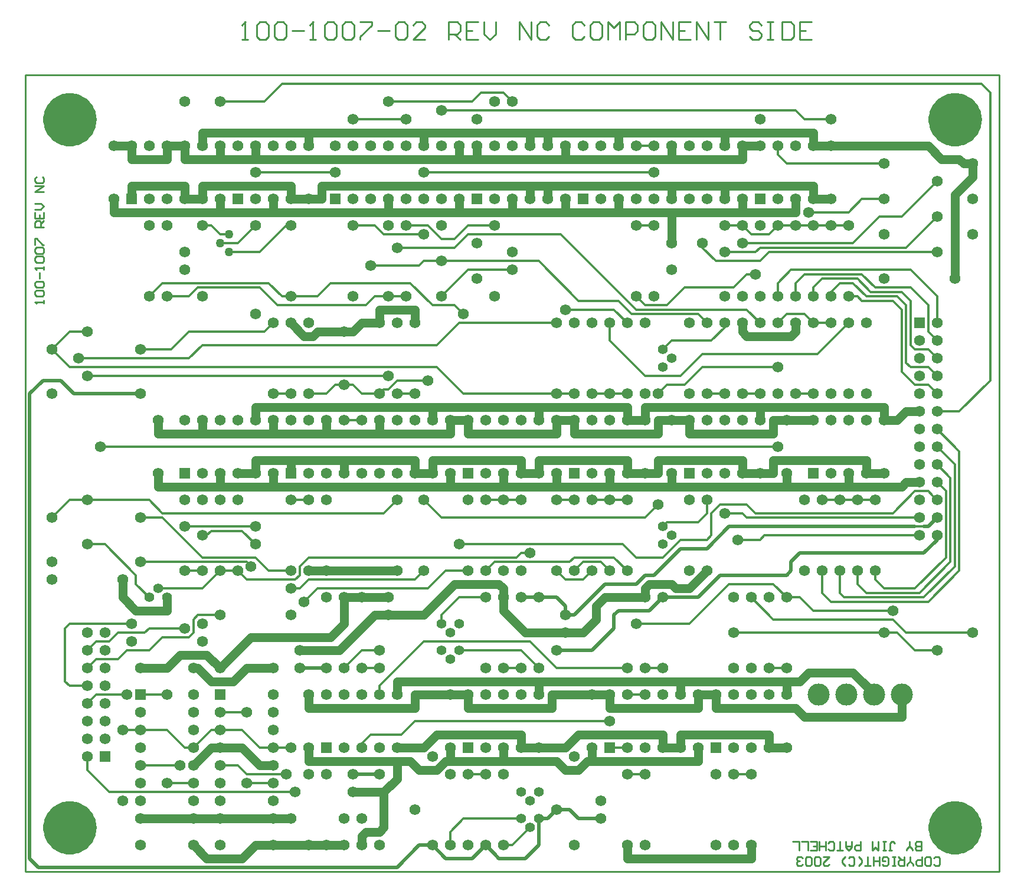
<source format=gtl>
*%FSLAX23Y23*%
*%MOIN*%
G01*
%ADD11C,0.006*%
%ADD12C,0.007*%
%ADD13C,0.008*%
%ADD14C,0.010*%
%ADD15C,0.012*%
%ADD16C,0.020*%
%ADD17C,0.032*%
%ADD18C,0.036*%
%ADD19C,0.050*%
%ADD20C,0.050*%
%ADD21C,0.052*%
%ADD22C,0.054*%
%ADD23C,0.055*%
%ADD24C,0.056*%
%ADD25C,0.059*%
%ADD26C,0.062*%
%ADD27C,0.066*%
%ADD28C,0.070*%
%ADD29C,0.090*%
%ADD30C,0.125*%
%ADD31C,0.129*%
%ADD32C,0.140*%
%ADD33C,0.160*%
%ADD34C,0.250*%
%ADD35R,0.062X0.062*%
%ADD36R,0.066X0.066*%
D14*
X6637Y8749D02*
Y8766D01*
Y8757D01*
X6587D01*
X6588D01*
X6587D02*
X6595Y8749D01*
Y8791D02*
X6587Y8799D01*
Y8816D01*
X6595Y8824D01*
X6629D01*
X6637Y8816D01*
Y8799D01*
X6629Y8791D01*
X6595D01*
Y8841D02*
X6587Y8849D01*
Y8866D01*
X6595Y8874D01*
X6629D01*
X6637Y8866D01*
Y8849D01*
X6629Y8841D01*
X6595D01*
X6612Y8891D02*
Y8924D01*
X6637Y8941D02*
Y8957D01*
Y8949D01*
X6587D01*
X6588D01*
X6587D02*
X6595Y8941D01*
Y8982D02*
X6587Y8991D01*
Y9007D01*
X6595Y9016D01*
X6629D01*
X6637Y9007D01*
Y8991D01*
X6629Y8982D01*
X6595D01*
Y9032D02*
X6587Y9041D01*
Y9057D01*
X6595Y9066D01*
X6629D01*
X6637Y9057D01*
Y9041D01*
X6629Y9032D01*
X6595D01*
X6587Y9082D02*
Y9116D01*
X6595D01*
X6629Y9082D01*
X6637D01*
Y9182D02*
X6587D01*
Y9207D01*
X6595Y9216D01*
X6612D01*
X6620Y9207D01*
Y9182D01*
Y9199D02*
X6637Y9216D01*
X6587Y9232D02*
Y9265D01*
Y9232D02*
X6637D01*
Y9265D01*
X6612Y9249D02*
Y9232D01*
X6620Y9282D02*
X6587D01*
X6620D02*
X6637Y9299D01*
X6620Y9315D01*
X6587D01*
Y9382D02*
X6637D01*
Y9415D02*
X6587Y9382D01*
Y9415D02*
X6637D01*
X6587Y9457D02*
X6595Y9465D01*
X6587Y9457D02*
Y9440D01*
X6595Y9432D01*
X6629D01*
X6637Y9440D01*
Y9457D01*
X6629Y9465D01*
X11664Y5582D02*
X11672Y5574D01*
X11689D01*
X11697Y5582D01*
Y5616D01*
X11689Y5624D01*
X11672D01*
X11664Y5616D01*
X11639Y5574D02*
X11622D01*
X11639D02*
X11647Y5582D01*
Y5616D01*
X11639Y5624D01*
X11622D01*
X11614Y5616D01*
Y5582D01*
X11622Y5574D01*
X11597D02*
Y5624D01*
Y5574D02*
X11572D01*
X11564Y5582D01*
Y5599D01*
X11572Y5607D01*
X11597D01*
X11547Y5582D02*
Y5574D01*
Y5582D02*
X11530Y5599D01*
X11514Y5582D01*
Y5574D01*
X11530Y5599D02*
Y5624D01*
X11497D02*
Y5574D01*
X11472D01*
X11464Y5582D01*
Y5599D01*
X11472Y5607D01*
X11497D01*
X11480D02*
X11464Y5624D01*
X11447Y5574D02*
X11430D01*
X11439D01*
Y5624D01*
X11447D01*
X11430D01*
X11380Y5574D02*
X11372Y5582D01*
X11380Y5574D02*
X11397D01*
X11405Y5582D01*
Y5616D01*
X11397Y5624D01*
X11380D01*
X11372Y5616D01*
Y5599D01*
X11389D01*
X11355Y5574D02*
Y5624D01*
Y5599D01*
X11322D01*
Y5574D01*
Y5624D01*
X11305Y5574D02*
X11272D01*
X11289D01*
Y5624D01*
X11255Y5607D02*
X11239Y5624D01*
X11255Y5607D02*
Y5591D01*
X11239Y5574D01*
X11189D02*
X11181Y5582D01*
X11189Y5574D02*
X11205D01*
X11214Y5582D01*
Y5616D01*
X11205Y5624D01*
X11189D01*
X11181Y5616D01*
X11164Y5624D02*
X11147Y5607D01*
Y5591D01*
X11164Y5574D01*
X11072Y5624D02*
X11039D01*
X11072D02*
X11039Y5591D01*
Y5582D01*
X11047Y5574D01*
X11064D01*
X11072Y5582D01*
X11022D02*
X11014Y5574D01*
X10997D01*
X10989Y5582D01*
Y5616D01*
X10997Y5624D01*
X11014D01*
X11022Y5616D01*
Y5582D01*
X10972D02*
X10964Y5574D01*
X10947D01*
X10939Y5582D01*
Y5616D01*
X10947Y5624D01*
X10964D01*
X10972Y5616D01*
Y5582D01*
X10922D02*
X10914Y5574D01*
X10897D01*
X10889Y5582D01*
Y5591D01*
X10890D01*
X10889D02*
X10890D01*
X10889D02*
X10890D01*
X10889D02*
X10897Y5599D01*
X10906D01*
X10897D01*
X10889Y5607D01*
Y5616D01*
X10897Y5624D01*
X10914D01*
X10922Y5616D01*
X11592Y5659D02*
Y5709D01*
X11567D01*
X11559Y5701D01*
Y5692D01*
X11567Y5684D01*
X11592D01*
X11593D01*
X11592D02*
X11593D01*
X11592D02*
X11593D01*
X11592D02*
X11567D01*
X11559Y5676D01*
Y5667D01*
X11567Y5659D01*
X11592D01*
X11542D02*
Y5667D01*
X11525Y5684D01*
X11509Y5667D01*
Y5659D01*
X11525Y5684D02*
Y5709D01*
X11425Y5659D02*
X11409D01*
X11417D02*
X11425D01*
X11417D02*
Y5701D01*
X11425Y5709D01*
X11434D01*
X11442Y5701D01*
X11392Y5659D02*
X11375D01*
X11384D01*
Y5709D01*
X11392D01*
X11375D01*
X11350D02*
Y5659D01*
X11334Y5676D01*
X11317Y5659D01*
Y5709D01*
X11250D02*
Y5659D01*
X11225D01*
X11217Y5667D01*
Y5684D01*
X11225Y5692D01*
X11250D01*
X11200Y5709D02*
Y5676D01*
X11184Y5659D01*
X11167Y5676D01*
Y5709D01*
Y5684D01*
X11200D01*
X11150Y5659D02*
X11117D01*
X11134D01*
Y5709D01*
X11076Y5659D02*
X11067Y5667D01*
X11076Y5659D02*
X11092D01*
X11100Y5667D01*
Y5701D01*
X11092Y5709D01*
X11076D01*
X11067Y5701D01*
X11051Y5709D02*
Y5659D01*
Y5684D02*
Y5709D01*
Y5684D02*
X11017D01*
Y5659D01*
Y5709D01*
X11001Y5659D02*
X10967D01*
X11001D02*
Y5709D01*
X10967D01*
X10984Y5684D02*
X11001D01*
X10951Y5659D02*
Y5709D01*
X10917D01*
X10901D02*
Y5659D01*
Y5709D02*
X10867D01*
X7790Y10239D02*
X7757D01*
X7774D02*
X7790D01*
X7774D02*
Y10339D01*
X7775D01*
X7774D02*
X7757Y10322D01*
X7840D02*
X7857Y10339D01*
X7890D01*
X7907Y10322D01*
Y10256D01*
X7890Y10239D01*
X7857D01*
X7840Y10256D01*
Y10322D01*
X7940D02*
X7957Y10339D01*
X7990D01*
X8007Y10322D01*
Y10256D01*
X7990Y10239D01*
X7957D01*
X7940Y10256D01*
Y10322D01*
X8040Y10289D02*
X8107D01*
X8140Y10239D02*
X8174D01*
X8157D01*
Y10339D01*
X8158D01*
X8157D02*
X8140Y10322D01*
X8224D02*
X8240Y10339D01*
X8274D01*
X8290Y10322D01*
Y10256D01*
X8274Y10239D01*
X8240D01*
X8224Y10256D01*
Y10322D01*
X8323D02*
X8340Y10339D01*
X8373D01*
X8390Y10322D01*
Y10256D01*
X8373Y10239D01*
X8340D01*
X8323Y10256D01*
Y10322D01*
X8423Y10339D02*
X8490D01*
Y10322D01*
X8423Y10256D01*
Y10239D01*
X8523Y10289D02*
X8590D01*
X8623Y10322D02*
X8640Y10339D01*
X8673D01*
X8690Y10322D01*
Y10256D01*
X8673Y10239D01*
X8640D01*
X8623Y10256D01*
Y10322D01*
X8723Y10239D02*
X8790D01*
X8723D02*
X8790Y10306D01*
Y10322D01*
X8773Y10339D01*
X8740D01*
X8723Y10322D01*
X8923Y10339D02*
Y10239D01*
Y10339D02*
X8973D01*
X8990Y10322D01*
Y10289D01*
X8973Y10272D01*
X8923D01*
X8957D02*
X8990Y10239D01*
X9023Y10339D02*
X9090D01*
X9023D02*
Y10239D01*
X9090D01*
X9057Y10289D02*
X9023D01*
X9123Y10272D02*
Y10339D01*
Y10272D02*
X9157Y10239D01*
X9190Y10272D01*
Y10339D01*
X9323D02*
Y10239D01*
X9390D02*
X9323Y10339D01*
X9390D02*
Y10239D01*
X9490Y10322D02*
X9473Y10339D01*
X9440D01*
X9423Y10322D01*
Y10256D01*
X9440Y10239D01*
X9473D01*
X9490Y10256D01*
X9673Y10339D02*
X9690Y10322D01*
X9673Y10339D02*
X9640D01*
X9623Y10322D01*
Y10256D01*
X9640Y10239D01*
X9673D01*
X9690Y10256D01*
X9740Y10339D02*
X9773D01*
X9740D02*
X9723Y10322D01*
Y10256D01*
X9740Y10239D01*
X9773D01*
X9790Y10256D01*
Y10322D01*
X9773Y10339D01*
X9823D02*
Y10239D01*
X9856Y10306D02*
X9823Y10339D01*
X9856Y10306D02*
X9890Y10339D01*
Y10239D01*
X9923D02*
Y10339D01*
X9973D01*
X9990Y10322D01*
Y10289D01*
X9973Y10272D01*
X9923D01*
X10040Y10339D02*
X10073D01*
X10040D02*
X10023Y10322D01*
Y10256D01*
X10040Y10239D01*
X10073D01*
X10090Y10256D01*
Y10322D01*
X10073Y10339D01*
X10123D02*
Y10239D01*
X10190D02*
X10123Y10339D01*
X10190D02*
Y10239D01*
X10223Y10339D02*
X10290D01*
X10223D02*
Y10239D01*
X10290D01*
X10256Y10289D02*
X10223D01*
X10323Y10239D02*
Y10339D01*
X10389Y10239D01*
Y10339D01*
X10423D02*
X10489D01*
X10456D01*
Y10239D01*
X10673Y10339D02*
X10689Y10322D01*
X10673Y10339D02*
X10639D01*
X10623Y10322D01*
Y10306D01*
X10639Y10289D01*
X10673D01*
X10689Y10272D01*
Y10256D01*
X10673Y10239D01*
X10639D01*
X10623Y10256D01*
X10723Y10339D02*
X10756D01*
X10739D01*
Y10239D01*
X10723D01*
X10756D01*
X10806D02*
Y10339D01*
Y10239D02*
X10856D01*
X10873Y10256D01*
Y10322D01*
X10856Y10339D01*
X10806D01*
X10906D02*
X10973D01*
X10906D02*
Y10239D01*
X10973D01*
X10939Y10289D02*
X10906D01*
X12032Y10039D02*
X6532D01*
Y5539D02*
X12032D01*
X6532D02*
Y10039D01*
X12032D02*
Y5539D01*
D15*
X10232Y8339D02*
X10357Y8464D01*
X11007D02*
X11182Y8639D01*
X10507Y7164D02*
X10282Y6939D01*
X11432Y7564D02*
X11557Y7689D01*
X8782Y6839D02*
X8532Y6589D01*
X11807Y8139D02*
X11982Y8314D01*
X8982Y8639D02*
X8857Y8514D01*
X8007Y9189D02*
X7857Y9039D01*
X8882Y8789D02*
X9032Y8939D01*
X11507Y9064D02*
X11682Y9239D01*
X11357D02*
X11207Y9089D01*
X11482Y9239D02*
X11682Y9439D01*
X11757Y7289D02*
X11582Y7114D01*
X11607Y7089D02*
X11782Y7264D01*
X11807Y7239D02*
X11632Y7064D01*
X11557Y7139D02*
X11732Y7314D01*
X9982Y8714D02*
X9557Y9139D01*
X9432Y8989D02*
X9657Y8764D01*
X9832Y8539D02*
X10032Y8339D01*
X9382Y6839D02*
X9532Y6689D01*
X7007Y5989D02*
X6882Y6114D01*
X8832Y8739D02*
X8707Y8864D01*
X7157Y7214D02*
X6982Y7389D01*
X7307Y7539D02*
X7532Y7314D01*
X8857Y8389D02*
X9007Y8239D01*
X11532Y8939D02*
X11682Y8789D01*
X10632Y7089D02*
X10757Y6964D01*
X11807Y7914D02*
X11682Y8039D01*
X9282Y5689D02*
X9232D01*
X6782Y7639D02*
X6682Y7539D01*
Y8489D02*
X6782Y8589D01*
X6682Y8489D02*
X6782Y8389D01*
X9007Y5839D02*
X9332D01*
X6882Y6114D02*
Y6189D01*
X6757Y6614D02*
Y6914D01*
X6932Y6739D02*
X6882Y6689D01*
Y6789D02*
X6932Y6839D01*
Y6539D02*
X6882Y6489D01*
X6757Y6914D02*
X6782Y6939D01*
X6757Y6614D02*
X6782Y6589D01*
X7782Y6089D02*
X8007D01*
X7932Y6039D02*
X7782D01*
X9032Y6089D02*
X9132D01*
X10532D02*
X10632D01*
X10032D02*
X9932D01*
X8057Y5989D02*
X7007D01*
X7332Y6039D02*
X7482D01*
X7057Y6739D02*
X7107Y6789D01*
X7007Y6839D02*
X7057Y6889D01*
X7182Y6139D02*
X7407D01*
X7632D02*
X7732D01*
X9832Y6239D02*
X9932D01*
X7482D02*
X7432D01*
X7857D02*
X7932D01*
X8032D01*
X7157Y7164D02*
Y7214D01*
X7307Y6864D02*
X7232Y6789D01*
Y8789D02*
X7307Y8864D01*
X7232Y6914D02*
X7207Y6889D01*
X7307Y7564D02*
X7232Y7639D01*
X7157Y7164D02*
X7232Y7089D01*
X8482Y6314D02*
X8657D01*
X7632Y6339D02*
X7582D01*
X7632D02*
X7757D01*
X7332D02*
X7182D01*
X7082D01*
X7632Y6439D02*
X7782D01*
X8732Y6389D02*
X9832D01*
X7482Y6889D02*
Y6964D01*
X7507Y6989D01*
X7482Y6889D02*
X7457Y6864D01*
Y8439D02*
X7532Y8514D01*
X7457Y8789D02*
X7507Y8839D01*
X7582Y6339D02*
X7482Y6239D01*
X7357Y8489D02*
X7457Y8589D01*
X7332Y6339D02*
X7432Y6239D01*
X9932Y6539D02*
X10032D01*
X7332D02*
X7182D01*
X7107D02*
X6932D01*
X9532Y6689D02*
X9932D01*
X9332D02*
X9232D01*
X10732D02*
X10832D01*
X10132D02*
X10032D01*
X8532D02*
X8432D01*
X6882Y6589D02*
X6782D01*
X7557Y7439D02*
X7582Y7464D01*
X7632Y7239D02*
X7532Y7139D01*
X7632Y9139D02*
X7582Y9189D01*
X7057Y6739D02*
X6932D01*
X8782Y6839D02*
X9382D01*
X7457Y6864D02*
X7307D01*
X7007Y6839D02*
X6932D01*
X8982Y6789D02*
X9332D01*
X7232D02*
X7107D01*
X11557D02*
X11582D01*
X11682D01*
X8532D02*
X8432D01*
X7732Y9089D02*
X7832Y9189D01*
Y7314D02*
X7907Y7239D01*
X7957Y8739D02*
X7857Y8839D01*
X7732Y7239D02*
X7782Y7189D01*
X7832Y7389D02*
X7757Y7464D01*
X7732Y6139D02*
X7782Y6089D01*
X7807Y7264D02*
X7782Y7289D01*
X7757Y6339D02*
X7857Y6239D01*
X9982Y6939D02*
X10282D01*
X7132D02*
X6782D01*
X7057Y6889D02*
X7207D01*
X7232Y6914D02*
X7432D01*
X10532Y6889D02*
X11382D01*
X11457D01*
X11507D02*
X11882D01*
X11432Y7014D02*
X10982D01*
X7632Y6989D02*
X7507D01*
X11082Y7064D02*
X11632D01*
X11432Y6964D02*
X10757D01*
X8082Y7214D02*
X8057Y7189D01*
X7882Y9889D02*
X7982Y9989D01*
X7932Y8639D02*
X7882Y8589D01*
X7982Y8789D02*
X7907Y8864D01*
X8982Y7089D02*
X9132D01*
X10832D02*
X10907D01*
X11282Y7114D02*
X11582D01*
X11607Y7089D02*
X11157D01*
X8057Y7189D02*
X7782D01*
X7907Y7239D02*
X8032D01*
X7732D02*
X7632D01*
X7532D02*
X7432D01*
X9582Y7189D02*
X9682D01*
X9032Y7239D02*
X8907D01*
X8732Y7189D02*
X8132D01*
X10507Y7164D02*
X10757D01*
X7532Y7139D02*
X7282D01*
X11382D02*
X11557D01*
X8807D02*
X8182D01*
X8082D02*
X8032D01*
X8082Y7214D02*
Y7264D01*
X8232Y8239D02*
X8282Y8289D01*
X8132Y7314D02*
X8082Y7264D01*
X8182Y8789D02*
X8257Y8864D01*
X8182Y7139D02*
X8107Y7064D01*
X8082Y7139D02*
X8132Y7189D01*
Y7314D02*
X9307D01*
X9982D02*
X10132D01*
X7307Y7289D02*
X7182D01*
X7307D02*
X7782D01*
X7832Y7314D02*
X7532D01*
X9682Y7289D02*
X9782D01*
X9607D02*
X9182D01*
X9632Y7314D02*
X9807D01*
X9857D01*
X10707Y7439D02*
X11582D01*
X10682Y7414D02*
X10557D01*
X9907Y7389D02*
X8982D01*
X10232Y7414D02*
X10382D01*
X7557Y7439D02*
X7532D01*
X7582Y7464D02*
X7757D01*
X6982Y7389D02*
X6882D01*
X9332Y7339D02*
X9382D01*
X8432Y6264D02*
Y6239D01*
Y6264D02*
X8482Y6314D01*
X8457Y8739D02*
X8507Y8789D01*
X8432Y6789D02*
X8332Y6689D01*
X8432Y8239D02*
X8382Y8289D01*
X11557Y7489D02*
X11607D01*
X7832D02*
X7432D01*
X10157Y7514D02*
X10332D01*
X10457Y7614D02*
X10607D01*
X6882Y7639D02*
X6782D01*
X6882D02*
X7232D01*
X8032D02*
X8132D01*
X11232D02*
X11332D01*
X11232D02*
X11132D01*
X11032D01*
X9832D02*
X9732D01*
X9832D02*
X9932D01*
X9632D02*
X9532D01*
X9332D02*
X9232D01*
X9132D01*
X10657Y7564D02*
X11432D01*
X8557D02*
X7307D01*
X10482D02*
X10582D01*
X10607Y7539D02*
X11582D01*
X7307D02*
X7182D01*
X8882D02*
X10032D01*
X8532Y6589D02*
Y6539D01*
X8732Y6389D02*
X8657Y6314D01*
X8557Y7564D02*
X8632Y7639D01*
X8582Y8264D02*
X8632Y8314D01*
X8557Y8264D02*
X8532Y8239D01*
X8557Y9139D02*
X8507Y9189D01*
X11557Y7689D02*
X11632D01*
X8907Y7239D02*
X8807Y7139D01*
X8757Y8964D02*
X8782Y8989D01*
Y7239D02*
X8732Y7189D01*
X8882Y9114D02*
X8807Y9189D01*
X8782Y7639D02*
X8882Y7539D01*
X10782Y7939D02*
X6957D01*
X8882Y6989D02*
Y6939D01*
X8932Y5764D02*
Y5689D01*
X8957Y9064D02*
X9032Y9139D01*
X8982Y7089D02*
X8882Y6989D01*
X9007Y5839D02*
X8932Y5764D01*
X8957Y9114D02*
X9032Y9189D01*
X8957Y8739D02*
X9007Y8689D01*
X8432Y8089D02*
X8332D01*
X10382Y8239D02*
X10482D01*
X10582D02*
X10682D01*
X10882D02*
X10982D01*
X8732D02*
X8632D01*
X8532D02*
X8432D01*
X8232D02*
X8132D01*
X8032D02*
X7932D01*
X9007D02*
X9532D01*
X9632D01*
X9732D02*
X9832D01*
X9932D01*
X11682Y8139D02*
X11807D01*
X9182Y7289D02*
X9132Y7239D01*
X9057Y9889D02*
X9107Y9939D01*
X9232D02*
X9282Y9889D01*
X8582Y8264D02*
X8557D01*
X8382Y8289D02*
X8332D01*
X8282D01*
X11557D02*
X11632D01*
X10257D02*
X10157D01*
X8857Y8389D02*
X6782D01*
X6832Y8439D02*
X7457D01*
X11532Y8389D02*
X11632D01*
X10782D02*
X10357D01*
X10232Y8339D02*
X10032D01*
X8582D02*
X8532D01*
X8632Y8314D02*
X8807D01*
X8532Y8339D02*
X6882D01*
X9307Y7314D02*
X9332Y7339D01*
X9382Y5789D02*
X9282Y5689D01*
X9432Y6689D02*
X9332Y6789D01*
X10357Y8464D02*
X11007D01*
X7357Y8489D02*
X7182D01*
X11557D02*
X11632D01*
X11082Y8639D02*
X10982D01*
X7882Y8589D02*
X7457D01*
X6882D02*
X6782D01*
X8982Y8639D02*
X9532D01*
X10182Y8539D02*
X10407D01*
X8857Y8514D02*
X7532D01*
X9632Y7239D02*
X9682Y7289D01*
X9632Y7314D02*
X9607Y7289D01*
X9532Y7239D02*
X9582Y7189D01*
X10832Y8689D02*
X10932D01*
X10332D02*
X9957D01*
X9882Y8764D02*
X9657D01*
X8182Y8789D02*
X8032D01*
X7857Y8839D02*
X7507D01*
X8507Y8789D02*
X8682D01*
X7457D02*
X7332D01*
X7982D02*
X8032D01*
X10257Y8839D02*
X10532D01*
X11182Y8789D02*
X11232D01*
X11257Y8764D02*
X11432D01*
X11457Y8789D02*
X11282D01*
X11307Y8814D02*
X11482D01*
X11532Y8839D02*
X11332D01*
X9857Y8714D02*
X9582D01*
X9982D02*
X10607D01*
X8957Y8739D02*
X8832D01*
X8457D02*
X7957D01*
X10032D02*
X10157D01*
X9832Y8639D02*
Y8539D01*
X9732Y7239D02*
X9682Y7189D01*
X9782Y7289D02*
X9832Y7239D01*
X8707Y8864D02*
X8257D01*
X7907D02*
X7307D01*
X11132D02*
X11207D01*
X11232Y8889D02*
X11032D01*
X8882Y8989D02*
X8782D01*
X8757Y8964D02*
X8482D01*
X8882Y8989D02*
X9432D01*
X10432D02*
X10682D01*
X10732Y9039D02*
X11682D01*
X7857D02*
X7682D01*
X10482D02*
X10657D01*
Y8914D02*
X10607D01*
X9282Y8939D02*
X9032D01*
X10932Y8914D02*
X11257D01*
X11532Y8939D02*
X10857D01*
X10107Y7614D02*
X10032Y7539D01*
Y8739D02*
X9982Y8789D01*
X9882Y8764D02*
X9957Y8689D01*
X9932Y8639D02*
X9857Y8714D01*
X9907Y7389D02*
X9982Y7314D01*
X9932Y7239D02*
X9857Y7314D01*
X8957Y9064D02*
X8632D01*
X7732Y9089D02*
X7632D01*
X10682Y9064D02*
X11507D01*
X11207Y9089D02*
X10582D01*
X9557Y9139D02*
X9032D01*
X8782D02*
X8557D01*
X8507Y9189D02*
X8382D01*
X9032D02*
X9182D01*
X8807D02*
X8682D01*
X8032D02*
X8007D01*
X7682Y9139D02*
X7632D01*
X7582Y9189D02*
X7532D01*
X11082D02*
X11182D01*
X11082D02*
X10982D01*
X10882D01*
X10782D01*
X10732Y9139D02*
X10632D01*
X10582Y9189D02*
X10482D01*
X10082D02*
X9982D01*
X8957Y9114D02*
X8882D01*
X10132Y8489D02*
X10182Y8539D01*
X10232Y7414D02*
X10132Y7314D01*
X10157Y8739D02*
X10257Y8839D01*
X10157Y7514D02*
X10132Y7489D01*
X10107Y8239D02*
X10157Y8289D01*
X10957Y9264D02*
X11182D01*
X11357Y9239D02*
X11482D01*
X11382Y9339D02*
X11257D01*
X10407Y7564D02*
Y7439D01*
X10382Y7564D02*
Y7639D01*
X10357Y9064D02*
Y9089D01*
X10482Y8614D02*
X10407Y8539D01*
Y7439D02*
X10382Y7414D01*
X10407Y7564D02*
X10457Y7614D01*
X10382Y7564D02*
X10332Y7514D01*
X10257Y8289D02*
X10357Y8389D01*
X10382Y8639D02*
X10332Y8689D01*
X10432Y8989D02*
X10357Y9064D01*
X10832Y9539D02*
X11382D01*
X10082Y9489D02*
X8782D01*
X8282D02*
X7832D01*
X10482Y8639D02*
Y8614D01*
X10532Y8839D02*
X10607Y8914D01*
Y8714D02*
X10682Y8639D01*
X10607Y7614D02*
X10657Y7564D01*
X10607Y7539D02*
X10582Y7564D01*
X10632Y9139D02*
X10582Y9189D01*
X10082Y9639D02*
X9982D01*
X10932Y9789D02*
X11082D01*
X8682D02*
X8382D01*
X10782Y8864D02*
Y8789D01*
Y9589D02*
Y9639D01*
X10832Y8689D02*
X10782Y8639D01*
Y8864D02*
X10857Y8939D01*
X10707Y7439D02*
X10682Y7414D01*
Y8989D02*
X10732Y9039D01*
X10682Y9064D02*
X10657Y9039D01*
X10732Y9139D02*
X10782Y9189D01*
X10757Y7164D02*
X10832Y7089D01*
Y9539D02*
X10782Y9589D01*
X10882Y9839D02*
X8882D01*
X7982Y9989D02*
X11932D01*
X9232Y9939D02*
X9107D01*
X7882Y9889D02*
X7632D01*
X8582D02*
X9057D01*
X10982Y8839D02*
Y8789D01*
X10882D02*
Y8864D01*
X10982Y8839D02*
X11032Y8889D01*
X10932Y8914D02*
X10882Y8864D01*
X10932Y8689D02*
X10982Y8639D01*
X10907Y7089D02*
X10982Y7014D01*
X10932Y9789D02*
X10882Y9839D01*
X11082Y8814D02*
Y8789D01*
X11132Y7239D02*
Y7114D01*
X11032D02*
Y7239D01*
X11182Y9264D02*
X11257Y9339D01*
X11132Y8864D02*
X11082Y8814D01*
X11132Y7114D02*
X11157Y7089D01*
X11082Y7064D02*
X11032Y7114D01*
X11282Y8789D02*
X11207Y8864D01*
X11232Y7239D02*
Y7164D01*
X11332Y7189D02*
Y7239D01*
X11257Y8764D02*
X11232Y8789D01*
X11307Y8814D02*
X11232Y8889D01*
X11257Y8914D02*
X11332Y8839D01*
X11232Y7164D02*
X11282Y7114D01*
X11332Y7189D02*
X11382Y7139D01*
X11482Y8364D02*
Y8714D01*
X11507Y8739D02*
Y8414D01*
X11532Y8514D02*
Y8764D01*
X11482Y8714D02*
X11432Y8764D01*
X11482Y8364D02*
X11557Y8289D01*
X11507Y8739D02*
X11457Y8789D01*
X11507Y8414D02*
X11532Y8389D01*
Y8764D02*
X11482Y8814D01*
X11532Y8514D02*
X11557Y8489D01*
X11632Y8739D02*
X11532Y8839D01*
X11457Y6889D02*
X11557Y6789D01*
X11507Y6889D02*
X11432Y6964D01*
X11757Y7289D02*
Y7764D01*
X11782Y7839D02*
Y7264D01*
X11632Y8589D02*
Y8739D01*
X11682Y8789D02*
Y8639D01*
X11732Y7689D02*
Y7314D01*
X11657Y7664D02*
X11632Y7689D01*
X11657Y7664D02*
X11682Y7639D01*
Y8239D02*
X11632Y8289D01*
X11682Y8339D02*
X11632Y8389D01*
X11682Y8439D02*
X11632Y8489D01*
X11682Y8539D02*
X11632Y8589D01*
X11682Y7939D02*
X11782Y7839D01*
X11757Y7764D02*
X11682Y7839D01*
Y7739D02*
X11732Y7689D01*
X11982Y8314D02*
Y9939D01*
X11807Y7914D02*
Y7239D01*
X11982Y9939D02*
X11932Y9989D01*
D16*
X10457Y7214D02*
X10332Y7089D01*
X8757Y5689D02*
X8632Y5564D01*
X9632Y6989D02*
X9807Y7164D01*
X10082Y7214D02*
X10232Y7364D01*
X10382D02*
X10507Y7489D01*
X9857Y6914D02*
X9732Y6789D01*
X8632Y5564D02*
X6607D01*
X8757Y5689D02*
X8832D01*
X8907Y5614D02*
X9057D01*
X9207D02*
X9357D01*
X6557D02*
Y8239D01*
X6632Y8314D01*
X6557Y5614D02*
X6607Y5564D01*
X9432Y5839D02*
X9482D01*
X9657D02*
X9782D01*
X9607Y5889D02*
X9532D01*
X6757Y8289D02*
X6732Y8314D01*
X6757Y8289D02*
X6807Y8239D01*
X8382Y6089D02*
X8532D01*
X8232Y6689D02*
X8082D01*
X9532Y6789D02*
X9732D01*
X9882Y7014D02*
X10057D01*
X9632Y6989D02*
X9582D01*
X10132Y7089D02*
X10332D01*
X9532D02*
X9432D01*
X9332D01*
X10457Y7214D02*
X10832D01*
X10082D02*
X10032D01*
X9982Y7164D02*
X9807D01*
X10232Y7364D02*
X10382D01*
X10907Y7339D02*
X11607D01*
X11557Y7489D02*
X10507D01*
X11607D02*
X11632D01*
X8907Y5614D02*
X8832Y5689D01*
X7182Y8239D02*
X6807D01*
X9132Y5689D02*
X9057Y5614D01*
X9182Y5639D02*
X9207Y5614D01*
X9182Y5639D02*
X9132Y5689D01*
X6732Y8314D02*
X6632D01*
X9432Y5839D02*
Y5689D01*
X9357Y5614D01*
X9582Y6989D02*
Y7039D01*
X9532Y5889D02*
X9482Y5839D01*
X9607Y5889D02*
X9657Y5839D01*
X9582Y7039D02*
X9532Y7089D01*
X9857Y6989D02*
Y6914D01*
X9982Y7164D02*
X10032Y7214D01*
X9882Y7014D02*
X9857Y6989D01*
X10057Y7014D02*
X10132Y7089D01*
X10857Y7239D02*
Y7289D01*
Y7239D02*
X10832Y7214D01*
X10857Y7289D02*
X10907Y7339D01*
X11682Y7414D02*
Y7439D01*
X11632Y7489D02*
X11682Y7539D01*
Y7414D02*
X11607Y7339D01*
D20*
X10857Y8564D02*
X10882Y8589D01*
X9657Y6314D02*
X9582Y6239D01*
X8857Y6314D02*
X8782Y6239D01*
X10907Y6614D02*
X10957Y6664D01*
X8632Y6064D02*
X8557Y5989D01*
Y5789D02*
X8532Y5764D01*
X8457D02*
X8432Y5739D01*
X8307Y6789D02*
X8507Y6989D01*
X9757Y7039D02*
X9807Y7089D01*
X9757Y6964D02*
X9682Y6889D01*
X10032Y7139D02*
X10057Y7164D01*
X10282Y7139D02*
X10382Y7239D01*
X8182Y8589D02*
X8157Y8564D01*
X8382Y8589D02*
X8432Y8639D01*
X11482Y7714D02*
X11507Y7739D01*
X11457Y8089D02*
X11507Y8139D01*
X8907Y6164D02*
X8857Y6114D01*
X9657D02*
X9707Y6164D01*
X7407Y6764D02*
X7332Y6689D01*
X7707Y6614D02*
X7782Y6689D01*
X7832Y5689D02*
X7757Y5614D01*
X7482Y6139D02*
X7582Y6239D01*
X7632Y6689D02*
X7807Y6864D01*
X8257D02*
X8332Y6939D01*
X11782Y9364D02*
X11882Y9464D01*
X8957Y7164D02*
X8782Y6989D01*
X10582Y8589D02*
X10607Y8564D01*
X11207Y6664D02*
X11332Y6539D01*
X9357Y6889D02*
X9232Y7014D01*
Y7139D02*
X9207Y7164D01*
X7857Y6139D02*
X7757Y6239D01*
X10182Y7164D02*
X10207Y7139D01*
X7157Y7014D02*
X7082Y7089D01*
X8107Y8564D02*
X8032Y8639D01*
X11807Y9564D02*
X11832Y9539D01*
X11707Y9564D02*
X11632Y9639D01*
X10882Y6464D02*
X10932Y6414D01*
X8757Y6114D02*
X8707Y6164D01*
X9532D02*
X9557Y6139D01*
X9582Y6114D01*
X7632Y6689D02*
X7557Y6764D01*
X7507Y6689D02*
X7582Y6614D01*
X7482Y5689D02*
X7557Y5614D01*
X7832Y5689D02*
X7932D01*
X8132D01*
X8232D01*
X8332D01*
X9932Y5614D02*
X10632D01*
X7757D02*
X7557D01*
X8457Y5764D02*
X8532D01*
X7932Y5839D02*
X7632D01*
X7482D01*
X7182D01*
X7932D02*
X8032D01*
X8382Y5989D02*
X8557D01*
X7082Y7089D02*
Y7189D01*
X7032Y9264D02*
Y9339D01*
X7857Y6139D02*
X7932D01*
X8757Y6114D02*
X8857D01*
X9582D02*
X9657D01*
X7757Y6239D02*
X7632D01*
X10732D02*
X10832D01*
X10232D02*
X10132D01*
X9582D02*
X9432D01*
X9332D01*
X8782D02*
X8632D01*
X7632D02*
X7582D01*
X8132Y6164D02*
X8632D01*
X8707D02*
X8132D01*
X8907D02*
X8932D01*
X9232D01*
X9532D01*
X9707D02*
X9732D01*
X10332D01*
X7282Y8014D02*
Y8089D01*
Y7789D02*
Y7714D01*
X7132Y9339D02*
Y9414D01*
Y9564D02*
Y9639D01*
X10232Y6314D02*
X10732D01*
X10132D02*
X9657D01*
X9332D02*
X8857D01*
X10932Y6414D02*
X11482D01*
X10882Y6464D02*
X10432D01*
X10332D02*
X9832D01*
X9507D02*
X9032D01*
X8732D02*
X8132D01*
X7432Y9339D02*
Y9414D01*
Y9564D02*
Y9639D01*
X7332Y7089D02*
Y7014D01*
Y9564D02*
Y9639D01*
X10332Y6539D02*
X10432D01*
X9832D02*
X9732D01*
X9507D01*
X9032D02*
X8932D01*
X8732D01*
X10832Y6614D02*
X10907D01*
X10832D02*
X10607D01*
X10957Y6664D02*
X11207D01*
X10607Y6614D02*
X10232D01*
X9432D01*
X8632D01*
X7332Y6689D02*
X7182D01*
X7782D02*
X7932D01*
X7707Y6614D02*
X7582D01*
X7507Y6689D02*
X7482D01*
X7532Y9339D02*
Y9414D01*
X7632Y9564D02*
Y9639D01*
Y9339D02*
Y9264D01*
X7532Y9639D02*
Y9714D01*
Y8089D02*
Y8014D01*
X7632Y7789D02*
Y7714D01*
X7807Y6864D02*
X8257D01*
X8307Y6789D02*
X8082D01*
X7557Y6764D02*
X7407D01*
X7832Y7789D02*
Y7864D01*
Y8089D02*
Y8164D01*
Y9564D02*
Y9639D01*
X9357Y6889D02*
X9582D01*
X9682D01*
X8582Y6989D02*
X8507D01*
X7332Y7014D02*
X7157D01*
X8582Y6989D02*
X8782D01*
X8032Y9339D02*
Y9414D01*
X7932Y9339D02*
Y9264D01*
Y8089D02*
Y8014D01*
X8032Y7864D02*
Y7789D01*
X7932D02*
Y7714D01*
X9807Y7089D02*
X10032D01*
X8432D02*
X8332D01*
X8432D02*
X8582D01*
X8232Y7239D02*
X8132D01*
X8232D02*
X8632D01*
X10057Y7164D02*
X10182D01*
X10207Y7139D02*
X10282D01*
X9207Y7164D02*
X8957D01*
X8207Y9339D02*
Y9414D01*
X8132Y6539D02*
Y6464D01*
Y9639D02*
Y9714D01*
X8232Y8089D02*
Y8014D01*
X8132Y6239D02*
Y6164D01*
X8432Y5739D02*
Y5689D01*
X8332Y6939D02*
Y7089D01*
Y7789D02*
Y7864D01*
X8632Y6164D02*
Y6064D01*
X8557Y5989D02*
Y5864D01*
Y5789D01*
X8532Y8639D02*
Y8714D01*
X8582Y9264D02*
Y9339D01*
X8532Y8089D02*
Y8014D01*
X8632Y6614D02*
Y6539D01*
X10832Y7714D02*
X11182D01*
X11482D01*
X7632D02*
X7282D01*
X7632D02*
X7932D01*
X8932D01*
X9232D01*
X9532D01*
X9832D01*
X10182D01*
X10832D01*
X10757Y7864D02*
X11282D01*
Y7789D02*
X11382D01*
X10757D02*
X10682D01*
X10582D01*
Y7864D02*
X10107D01*
Y7789D02*
X10032D01*
X9932D01*
Y7864D02*
X9432D01*
Y7789D02*
X9332D01*
Y7864D02*
X8832D01*
Y7789D02*
X8732D01*
Y7864D02*
X8332D01*
X8032D01*
X7832D01*
Y7789D02*
X7732D01*
X11507Y7739D02*
X11582D01*
X8832Y7789D02*
Y7864D01*
X8782Y9639D02*
Y9714D01*
X8732Y8714D02*
Y8639D01*
Y7864D02*
Y7789D01*
Y6539D02*
Y6464D01*
X8832Y8089D02*
Y8164D01*
X10282Y8014D02*
X10757D01*
X10107D02*
X9632D01*
X9532D02*
X9032D01*
X8932D02*
X8532D01*
X8232D01*
X7932D01*
X7532D01*
X7282D01*
X9032D02*
Y8089D01*
Y6539D02*
Y6464D01*
X8982Y9264D02*
Y9339D01*
Y9564D02*
Y9639D01*
X8932Y8089D02*
Y8014D01*
Y7789D02*
Y7714D01*
Y6239D02*
Y6164D01*
X10832Y8089D02*
X10982D01*
X11382D02*
X11457D01*
X10832D02*
X10757D01*
X10282D02*
X10182D01*
X10107D01*
X9632D02*
X9532D01*
X9032D02*
X8932D01*
X9932D02*
X10032D01*
X8832Y8164D02*
X7832D01*
X8832D02*
X9432D01*
X9932D01*
X10032D02*
X10482D01*
X10682D01*
X11382D01*
X11507Y8139D02*
X11582D01*
X9232Y7089D02*
Y7014D01*
Y7089D02*
Y7139D01*
X9082Y9564D02*
Y9639D01*
X9232Y7789D02*
Y7714D01*
Y6239D02*
Y6164D01*
X9432Y7789D02*
Y7864D01*
X9382Y9639D02*
Y9714D01*
X9332Y7864D02*
Y7789D01*
Y6314D02*
Y6239D01*
X9382Y9339D02*
Y9414D01*
X9282Y9339D02*
Y9264D01*
X9432Y8164D02*
Y8089D01*
Y6614D02*
Y6539D01*
X10607Y8564D02*
X10857D01*
X8157D02*
X8107D01*
X8182Y8589D02*
X8332D01*
X8382D01*
X8432Y8639D02*
X8532D01*
X9582Y9564D02*
Y9639D01*
X9632Y8089D02*
Y8014D01*
X9482Y9339D02*
Y9414D01*
Y9639D02*
Y9714D01*
X9532Y8089D02*
Y8014D01*
X9507Y6539D02*
Y6464D01*
X9582Y9264D02*
Y9339D01*
X9532Y7789D02*
Y7714D01*
X8732Y8714D02*
X8532D01*
X9832Y6539D02*
Y6464D01*
X9757Y6964D02*
Y7039D01*
X9832Y7714D02*
Y7789D01*
X9732Y6239D02*
Y6164D01*
X9932Y5689D02*
Y5614D01*
Y7789D02*
Y7864D01*
Y8089D02*
Y8164D01*
X10032Y7139D02*
Y7089D01*
Y8089D02*
Y8164D01*
X9882Y9639D02*
Y9714D01*
Y9339D02*
Y9264D01*
X10182D02*
Y9089D01*
X10107Y8089D02*
Y8014D01*
Y7864D02*
Y7789D01*
X10132Y6314D02*
Y6239D01*
X10182Y9339D02*
Y9414D01*
Y9564D02*
Y9639D01*
Y7789D02*
Y7714D01*
X7632Y9264D02*
X7032D01*
X7632D02*
X7932D01*
X8582D01*
X9282D01*
X9482D01*
X9582D01*
X9882D01*
X10582D01*
X10882D01*
X10182D02*
X9882D01*
X10982Y9339D02*
X11082D01*
X10982Y9414D02*
X10482D01*
X10182D01*
X9382D01*
X8982D01*
X8207D01*
Y9339D02*
X8132D01*
X8032D01*
Y9414D02*
X7532D01*
Y9339D02*
X7432D01*
Y9414D02*
X7132D01*
X10282Y8089D02*
Y8014D01*
X10332Y6539D02*
Y6464D01*
X10232Y6314D02*
Y6239D01*
X10332D02*
Y6164D01*
X10232Y6539D02*
Y6614D01*
X9582Y9564D02*
X9082D01*
X7832D01*
X11832Y9539D02*
X11882D01*
X11807Y9564D02*
X11707D01*
X7332D02*
X7132D01*
X7432D02*
X7632D01*
X7832D01*
X9582D02*
X10182D01*
X10582D01*
Y8639D02*
Y8589D01*
Y9564D02*
Y9639D01*
Y7864D02*
Y7789D01*
X10432Y6539D02*
Y6464D01*
X10482Y9339D02*
Y9414D01*
X10582Y9339D02*
Y9264D01*
X10482Y9639D02*
Y9714D01*
X10982Y9639D02*
X11632D01*
X11082D02*
X10982D01*
X7132D02*
X7032D01*
X7332D02*
X7432D01*
X10582D02*
X10682D01*
X10482Y9714D02*
X10982D01*
X10482D02*
X9882D01*
X8982D01*
X8132D01*
X7532D01*
X10757Y8089D02*
Y8014D01*
Y7864D02*
Y7789D01*
X10632Y5689D02*
Y5614D01*
X10732Y6239D02*
Y6314D01*
X10682Y8089D02*
Y8164D01*
X10982Y9339D02*
Y9414D01*
Y9639D02*
Y9714D01*
X10882Y8639D02*
Y8589D01*
Y9264D02*
Y9339D01*
X10832Y6614D02*
Y6539D01*
Y7714D02*
Y7789D01*
X11182D02*
Y7714D01*
X11382Y8089D02*
Y8164D01*
X11282Y7864D02*
Y7789D01*
X11482Y6539D02*
Y6414D01*
X11782Y8889D02*
Y9364D01*
X11882Y9464D02*
Y9539D01*
X6657Y5789D02*
X6658D01*
X6657D02*
X6657Y5779D01*
X6659Y5769D01*
X6661Y5759D01*
X6663Y5749D01*
X6667Y5740D01*
X6671Y5731D01*
X6676Y5722D01*
X6682Y5714D01*
X6688Y5706D01*
X6695Y5699D01*
X6703Y5692D01*
X6711Y5686D01*
X6720Y5681D01*
X6728Y5676D01*
X6738Y5672D01*
X6747Y5669D01*
X6757Y5667D01*
X6767Y5665D01*
X6777Y5664D01*
X6787D01*
X6797Y5665D01*
X6807Y5667D01*
X6817Y5669D01*
X6826Y5672D01*
X6836Y5676D01*
X6844Y5681D01*
X6853Y5686D01*
X6861Y5692D01*
X6869Y5699D01*
X6876Y5706D01*
X6882Y5714D01*
X6888Y5722D01*
X6893Y5731D01*
X6897Y5740D01*
X6901Y5749D01*
X6903Y5759D01*
X6905Y5769D01*
X6907Y5779D01*
X6907Y5789D01*
X6908D01*
X6907D02*
X6907Y5799D01*
X6905Y5809D01*
X6903Y5819D01*
X6901Y5829D01*
X6897Y5838D01*
X6893Y5847D01*
X6888Y5856D01*
X6882Y5864D01*
X6876Y5872D01*
X6869Y5879D01*
X6861Y5886D01*
X6853Y5892D01*
X6844Y5897D01*
X6836Y5902D01*
X6826Y5906D01*
X6817Y5909D01*
X6807Y5911D01*
X6797Y5913D01*
X6787Y5914D01*
X6777D01*
X6767Y5913D01*
X6757Y5911D01*
X6747Y5909D01*
X6738Y5906D01*
X6728Y5902D01*
X6720Y5897D01*
X6711Y5892D01*
X6703Y5886D01*
X6695Y5879D01*
X6688Y5872D01*
X6682Y5864D01*
X6676Y5856D01*
X6671Y5847D01*
X6667Y5838D01*
X6663Y5829D01*
X6661Y5819D01*
X6659Y5809D01*
X6657Y5799D01*
X6657Y5789D01*
X6705D02*
X6706D01*
X6705D02*
X6706Y5780D01*
X6707Y5771D01*
X6710Y5763D01*
X6713Y5754D01*
X6718Y5747D01*
X6723Y5740D01*
X6729Y5733D01*
X6736Y5727D01*
X6744Y5722D01*
X6752Y5718D01*
X6760Y5715D01*
X6769Y5713D01*
X6778Y5712D01*
X6786D01*
X6795Y5713D01*
X6804Y5715D01*
X6812Y5718D01*
X6820Y5722D01*
X6828Y5727D01*
X6835Y5733D01*
X6841Y5740D01*
X6846Y5747D01*
X6851Y5754D01*
X6854Y5763D01*
X6857Y5771D01*
X6858Y5780D01*
X6859Y5789D01*
X6860D01*
X6859D02*
X6858Y5798D01*
X6857Y5807D01*
X6854Y5815D01*
X6851Y5824D01*
X6846Y5831D01*
X6841Y5838D01*
X6835Y5845D01*
X6828Y5851D01*
X6820Y5856D01*
X6812Y5860D01*
X6804Y5863D01*
X6795Y5865D01*
X6786Y5866D01*
X6778D01*
X6769Y5865D01*
X6760Y5863D01*
X6752Y5860D01*
X6744Y5856D01*
X6736Y5851D01*
X6729Y5845D01*
X6723Y5838D01*
X6718Y5831D01*
X6713Y5824D01*
X6710Y5815D01*
X6707Y5807D01*
X6706Y5798D01*
X6705Y5789D01*
X6753D02*
X6754D01*
X6753D02*
X6754Y5783D01*
X6756Y5777D01*
X6759Y5772D01*
X6763Y5767D01*
X6768Y5764D01*
X6773Y5761D01*
X6779Y5760D01*
X6785D01*
X6791Y5761D01*
X6796Y5764D01*
X6801Y5767D01*
X6805Y5772D01*
X6808Y5777D01*
X6810Y5783D01*
X6811Y5789D01*
X6812D01*
X6811D02*
X6810Y5795D01*
X6808Y5801D01*
X6805Y5806D01*
X6801Y5811D01*
X6796Y5814D01*
X6791Y5817D01*
X6785Y5818D01*
X6779D01*
X6773Y5817D01*
X6768Y5814D01*
X6763Y5811D01*
X6759Y5806D01*
X6756Y5801D01*
X6754Y5795D01*
X6753Y5789D01*
X6782D02*
D03*
X6657Y9789D02*
X6658D01*
X6657D02*
X6657Y9779D01*
X6659Y9769D01*
X6661Y9759D01*
X6663Y9749D01*
X6667Y9740D01*
X6671Y9731D01*
X6676Y9722D01*
X6682Y9714D01*
X6688Y9706D01*
X6695Y9699D01*
X6703Y9692D01*
X6711Y9686D01*
X6720Y9681D01*
X6728Y9676D01*
X6738Y9672D01*
X6747Y9669D01*
X6757Y9667D01*
X6767Y9665D01*
X6777Y9664D01*
X6787D01*
X6797Y9665D01*
X6807Y9667D01*
X6817Y9669D01*
X6826Y9672D01*
X6836Y9676D01*
X6844Y9681D01*
X6853Y9686D01*
X6861Y9692D01*
X6869Y9699D01*
X6876Y9706D01*
X6882Y9714D01*
X6888Y9722D01*
X6893Y9731D01*
X6897Y9740D01*
X6901Y9749D01*
X6903Y9759D01*
X6905Y9769D01*
X6907Y9779D01*
X6907Y9789D01*
X6908D01*
X6907D02*
X6907Y9799D01*
X6905Y9809D01*
X6903Y9819D01*
X6901Y9829D01*
X6897Y9838D01*
X6893Y9847D01*
X6888Y9856D01*
X6882Y9864D01*
X6876Y9872D01*
X6869Y9879D01*
X6861Y9886D01*
X6853Y9892D01*
X6844Y9897D01*
X6836Y9902D01*
X6826Y9906D01*
X6817Y9909D01*
X6807Y9911D01*
X6797Y9913D01*
X6787Y9914D01*
X6777D01*
X6767Y9913D01*
X6757Y9911D01*
X6747Y9909D01*
X6738Y9906D01*
X6728Y9902D01*
X6720Y9897D01*
X6711Y9892D01*
X6703Y9886D01*
X6695Y9879D01*
X6688Y9872D01*
X6682Y9864D01*
X6676Y9856D01*
X6671Y9847D01*
X6667Y9838D01*
X6663Y9829D01*
X6661Y9819D01*
X6659Y9809D01*
X6657Y9799D01*
X6657Y9789D01*
X6705D02*
X6706D01*
X6705D02*
X6706Y9780D01*
X6707Y9771D01*
X6710Y9763D01*
X6713Y9754D01*
X6718Y9747D01*
X6723Y9740D01*
X6729Y9733D01*
X6736Y9727D01*
X6744Y9722D01*
X6752Y9718D01*
X6760Y9715D01*
X6769Y9713D01*
X6778Y9712D01*
X6786D01*
X6795Y9713D01*
X6804Y9715D01*
X6812Y9718D01*
X6820Y9722D01*
X6828Y9727D01*
X6835Y9733D01*
X6841Y9740D01*
X6846Y9747D01*
X6851Y9754D01*
X6854Y9763D01*
X6857Y9771D01*
X6858Y9780D01*
X6859Y9789D01*
X6860D01*
X6859D02*
X6858Y9798D01*
X6857Y9807D01*
X6854Y9815D01*
X6851Y9824D01*
X6846Y9831D01*
X6841Y9838D01*
X6835Y9845D01*
X6828Y9851D01*
X6820Y9856D01*
X6812Y9860D01*
X6804Y9863D01*
X6795Y9865D01*
X6786Y9866D01*
X6778D01*
X6769Y9865D01*
X6760Y9863D01*
X6752Y9860D01*
X6744Y9856D01*
X6736Y9851D01*
X6729Y9845D01*
X6723Y9838D01*
X6718Y9831D01*
X6713Y9824D01*
X6710Y9815D01*
X6707Y9807D01*
X6706Y9798D01*
X6705Y9789D01*
X6753D02*
X6754D01*
X6753D02*
X6754Y9783D01*
X6756Y9777D01*
X6759Y9772D01*
X6763Y9767D01*
X6768Y9764D01*
X6773Y9761D01*
X6779Y9760D01*
X6785D01*
X6791Y9761D01*
X6796Y9764D01*
X6801Y9767D01*
X6805Y9772D01*
X6808Y9777D01*
X6810Y9783D01*
X6811Y9789D01*
X6812D01*
X6811D02*
X6810Y9795D01*
X6808Y9801D01*
X6805Y9806D01*
X6801Y9811D01*
X6796Y9814D01*
X6791Y9817D01*
X6785Y9818D01*
X6779D01*
X6773Y9817D01*
X6768Y9814D01*
X6763Y9811D01*
X6759Y9806D01*
X6756Y9801D01*
X6754Y9795D01*
X6753Y9789D01*
X6782D02*
D03*
X11657Y5789D02*
X11658D01*
X11657D02*
X11657Y5779D01*
X11659Y5769D01*
X11661Y5759D01*
X11663Y5749D01*
X11667Y5740D01*
X11671Y5731D01*
X11676Y5722D01*
X11682Y5714D01*
X11688Y5706D01*
X11695Y5699D01*
X11703Y5692D01*
X11711Y5686D01*
X11720Y5681D01*
X11728Y5676D01*
X11738Y5672D01*
X11747Y5669D01*
X11757Y5667D01*
X11767Y5665D01*
X11777Y5664D01*
X11787D01*
X11797Y5665D01*
X11807Y5667D01*
X11817Y5669D01*
X11826Y5672D01*
X11836Y5676D01*
X11844Y5681D01*
X11853Y5686D01*
X11861Y5692D01*
X11869Y5699D01*
X11876Y5706D01*
X11882Y5714D01*
X11888Y5722D01*
X11893Y5731D01*
X11897Y5740D01*
X11901Y5749D01*
X11903Y5759D01*
X11905Y5769D01*
X11907Y5779D01*
X11907Y5789D01*
X11908D01*
X11907D02*
X11907Y5799D01*
X11905Y5809D01*
X11903Y5819D01*
X11901Y5829D01*
X11897Y5838D01*
X11893Y5847D01*
X11888Y5856D01*
X11882Y5864D01*
X11876Y5872D01*
X11869Y5879D01*
X11861Y5886D01*
X11853Y5892D01*
X11844Y5897D01*
X11836Y5902D01*
X11826Y5906D01*
X11817Y5909D01*
X11807Y5911D01*
X11797Y5913D01*
X11787Y5914D01*
X11777D01*
X11767Y5913D01*
X11757Y5911D01*
X11747Y5909D01*
X11738Y5906D01*
X11728Y5902D01*
X11720Y5897D01*
X11711Y5892D01*
X11703Y5886D01*
X11695Y5879D01*
X11688Y5872D01*
X11682Y5864D01*
X11676Y5856D01*
X11671Y5847D01*
X11667Y5838D01*
X11663Y5829D01*
X11661Y5819D01*
X11659Y5809D01*
X11657Y5799D01*
X11657Y5789D01*
X11705D02*
X11706D01*
X11705D02*
X11706Y5780D01*
X11707Y5771D01*
X11710Y5763D01*
X11713Y5754D01*
X11718Y5747D01*
X11723Y5740D01*
X11729Y5733D01*
X11736Y5727D01*
X11744Y5722D01*
X11752Y5718D01*
X11760Y5715D01*
X11769Y5713D01*
X11778Y5712D01*
X11786D01*
X11795Y5713D01*
X11804Y5715D01*
X11812Y5718D01*
X11820Y5722D01*
X11828Y5727D01*
X11835Y5733D01*
X11841Y5740D01*
X11846Y5747D01*
X11851Y5754D01*
X11854Y5763D01*
X11857Y5771D01*
X11858Y5780D01*
X11859Y5789D01*
X11860D01*
X11859D02*
X11858Y5798D01*
X11857Y5807D01*
X11854Y5815D01*
X11851Y5824D01*
X11846Y5831D01*
X11841Y5838D01*
X11835Y5845D01*
X11828Y5851D01*
X11820Y5856D01*
X11812Y5860D01*
X11804Y5863D01*
X11795Y5865D01*
X11786Y5866D01*
X11778D01*
X11769Y5865D01*
X11760Y5863D01*
X11752Y5860D01*
X11744Y5856D01*
X11736Y5851D01*
X11729Y5845D01*
X11723Y5838D01*
X11718Y5831D01*
X11713Y5824D01*
X11710Y5815D01*
X11707Y5807D01*
X11706Y5798D01*
X11705Y5789D01*
X11753D02*
X11754D01*
X11753D02*
X11754Y5783D01*
X11756Y5777D01*
X11759Y5772D01*
X11763Y5767D01*
X11768Y5764D01*
X11773Y5761D01*
X11779Y5760D01*
X11785D01*
X11791Y5761D01*
X11796Y5764D01*
X11801Y5767D01*
X11805Y5772D01*
X11808Y5777D01*
X11810Y5783D01*
X11811Y5789D01*
X11812D01*
X11811D02*
X11810Y5795D01*
X11808Y5801D01*
X11805Y5806D01*
X11801Y5811D01*
X11796Y5814D01*
X11791Y5817D01*
X11785Y5818D01*
X11779D01*
X11773Y5817D01*
X11768Y5814D01*
X11763Y5811D01*
X11759Y5806D01*
X11756Y5801D01*
X11754Y5795D01*
X11753Y5789D01*
X11782D02*
D03*
X11657Y9789D02*
X11658D01*
X11657D02*
X11657Y9779D01*
X11659Y9769D01*
X11661Y9759D01*
X11663Y9749D01*
X11667Y9740D01*
X11671Y9731D01*
X11676Y9722D01*
X11682Y9714D01*
X11688Y9706D01*
X11695Y9699D01*
X11703Y9692D01*
X11711Y9686D01*
X11720Y9681D01*
X11728Y9676D01*
X11738Y9672D01*
X11747Y9669D01*
X11757Y9667D01*
X11767Y9665D01*
X11777Y9664D01*
X11787D01*
X11797Y9665D01*
X11807Y9667D01*
X11817Y9669D01*
X11826Y9672D01*
X11836Y9676D01*
X11844Y9681D01*
X11853Y9686D01*
X11861Y9692D01*
X11869Y9699D01*
X11876Y9706D01*
X11882Y9714D01*
X11888Y9722D01*
X11893Y9731D01*
X11897Y9740D01*
X11901Y9749D01*
X11903Y9759D01*
X11905Y9769D01*
X11907Y9779D01*
X11907Y9789D01*
X11908D01*
X11907D02*
X11907Y9799D01*
X11905Y9809D01*
X11903Y9819D01*
X11901Y9829D01*
X11897Y9838D01*
X11893Y9847D01*
X11888Y9856D01*
X11882Y9864D01*
X11876Y9872D01*
X11869Y9879D01*
X11861Y9886D01*
X11853Y9892D01*
X11844Y9897D01*
X11836Y9902D01*
X11826Y9906D01*
X11817Y9909D01*
X11807Y9911D01*
X11797Y9913D01*
X11787Y9914D01*
X11777D01*
X11767Y9913D01*
X11757Y9911D01*
X11747Y9909D01*
X11738Y9906D01*
X11728Y9902D01*
X11720Y9897D01*
X11711Y9892D01*
X11703Y9886D01*
X11695Y9879D01*
X11688Y9872D01*
X11682Y9864D01*
X11676Y9856D01*
X11671Y9847D01*
X11667Y9838D01*
X11663Y9829D01*
X11661Y9819D01*
X11659Y9809D01*
X11657Y9799D01*
X11657Y9789D01*
X11705D02*
X11706D01*
X11705D02*
X11706Y9780D01*
X11707Y9771D01*
X11710Y9763D01*
X11713Y9754D01*
X11718Y9747D01*
X11723Y9740D01*
X11729Y9733D01*
X11736Y9727D01*
X11744Y9722D01*
X11752Y9718D01*
X11760Y9715D01*
X11769Y9713D01*
X11778Y9712D01*
X11786D01*
X11795Y9713D01*
X11804Y9715D01*
X11812Y9718D01*
X11820Y9722D01*
X11828Y9727D01*
X11835Y9733D01*
X11841Y9740D01*
X11846Y9747D01*
X11851Y9754D01*
X11854Y9763D01*
X11857Y9771D01*
X11858Y9780D01*
X11859Y9789D01*
X11860D01*
X11859D02*
X11858Y9798D01*
X11857Y9807D01*
X11854Y9815D01*
X11851Y9824D01*
X11846Y9831D01*
X11841Y9838D01*
X11835Y9845D01*
X11828Y9851D01*
X11820Y9856D01*
X11812Y9860D01*
X11804Y9863D01*
X11795Y9865D01*
X11786Y9866D01*
X11778D01*
X11769Y9865D01*
X11760Y9863D01*
X11752Y9860D01*
X11744Y9856D01*
X11736Y9851D01*
X11729Y9845D01*
X11723Y9838D01*
X11718Y9831D01*
X11713Y9824D01*
X11710Y9815D01*
X11707Y9807D01*
X11706Y9798D01*
X11705Y9789D01*
X11753D02*
X11754D01*
X11753D02*
X11754Y9783D01*
X11756Y9777D01*
X11759Y9772D01*
X11763Y9767D01*
X11768Y9764D01*
X11773Y9761D01*
X11779Y9760D01*
X11785D01*
X11791Y9761D01*
X11796Y9764D01*
X11801Y9767D01*
X11805Y9772D01*
X11808Y9777D01*
X11810Y9783D01*
X11811Y9789D01*
X11812D01*
X11811D02*
X11810Y9795D01*
X11808Y9801D01*
X11805Y9806D01*
X11801Y9811D01*
X11796Y9814D01*
X11791Y9817D01*
X11785Y9818D01*
X11779D01*
X11773Y9817D01*
X11768Y9814D01*
X11763Y9811D01*
X11759Y9806D01*
X11756Y9801D01*
X11754Y9795D01*
X11753Y9789D01*
X11782D02*
D03*
X7682Y9139D02*
D03*
X7632Y9089D02*
D03*
X7682Y9039D02*
D03*
D23*
X10132Y8389D02*
D03*
Y8489D02*
D03*
X10182Y8439D02*
D03*
X8882Y6939D02*
D03*
X8982D02*
D03*
X8932Y6889D02*
D03*
X8882Y6789D02*
D03*
X8982D02*
D03*
X8932Y6739D02*
D03*
X10132Y7389D02*
D03*
Y7489D02*
D03*
X10182Y7439D02*
D03*
X9332Y5989D02*
D03*
X9432D02*
D03*
X9382Y5939D02*
D03*
X9332Y5839D02*
D03*
X9432D02*
D03*
X9382Y5789D02*
D03*
X7232Y7089D02*
D03*
X7282Y7139D02*
D03*
X7332Y7089D02*
D03*
D26*
X11432Y7014D02*
D03*
X10957Y9264D02*
D03*
X10782Y8389D02*
D03*
Y7939D02*
D03*
X10657Y8914D02*
D03*
X10582Y9089D02*
D03*
X10557Y7414D02*
D03*
X10482Y7564D02*
D03*
X10532Y6889D02*
D03*
X10482Y9039D02*
D03*
X10357Y9089D02*
D03*
X10107Y8239D02*
D03*
Y7614D02*
D03*
X10082Y9489D02*
D03*
X9982Y6939D02*
D03*
X9932Y6689D02*
D03*
X9832Y6389D02*
D03*
X9582Y8714D02*
D03*
X9532Y6789D02*
D03*
X9382Y7339D02*
D03*
X9007Y8689D02*
D03*
X8982Y7389D02*
D03*
X8882Y9839D02*
D03*
Y8989D02*
D03*
X8807Y8314D02*
D03*
X8782Y9139D02*
D03*
Y9489D02*
D03*
X8632Y9064D02*
D03*
X8582Y8339D02*
D03*
X8482Y8964D02*
D03*
X8582Y9889D02*
D03*
X8382Y9789D02*
D03*
X8282Y9489D02*
D03*
X8107Y7064D02*
D03*
X8032Y7139D02*
D03*
X8057Y5989D02*
D03*
X8007Y6089D02*
D03*
X7832Y9489D02*
D03*
X7782Y6039D02*
D03*
Y6439D02*
D03*
X7807Y7264D02*
D03*
X7532Y7439D02*
D03*
X7432Y6914D02*
D03*
Y7489D02*
D03*
X7332Y6039D02*
D03*
X7407Y6139D02*
D03*
X7332Y6539D02*
D03*
X7107D02*
D03*
X6957Y7939D02*
D03*
X6832Y8439D02*
D03*
X10482Y8239D02*
D03*
Y8639D02*
D03*
X10582D02*
D03*
Y8239D02*
D03*
X10682Y8639D02*
D03*
Y8239D02*
D03*
X8532Y6789D02*
D03*
Y6689D02*
D03*
X8332Y5839D02*
D03*
X8432D02*
D03*
X8782Y7239D02*
D03*
Y7639D02*
D03*
X8032Y5839D02*
D03*
Y6239D02*
D03*
X7082Y6339D02*
D03*
Y5939D02*
D03*
X9182Y9889D02*
D03*
X9282D02*
D03*
X8682Y9789D02*
D03*
X9082D02*
D03*
X11882Y9339D02*
D03*
X11382D02*
D03*
X11682Y9239D02*
D03*
X11882Y9539D02*
D03*
X11382D02*
D03*
X11682Y9439D02*
D03*
X11882Y9139D02*
D03*
X11382D02*
D03*
X11682Y9039D02*
D03*
X11882Y6889D02*
D03*
X11382D02*
D03*
X11682Y6789D02*
D03*
X10582Y9639D02*
D03*
Y9339D02*
D03*
X10482D02*
D03*
Y9639D02*
D03*
X11082Y9339D02*
D03*
Y9639D02*
D03*
X10782Y9339D02*
D03*
X10882D02*
D03*
X10982D02*
D03*
Y9639D02*
D03*
X10882D02*
D03*
X10782D02*
D03*
X10682D02*
D03*
X11082Y9789D02*
D03*
X10682D02*
D03*
X10982Y8789D02*
D03*
Y9189D02*
D03*
X10782Y8789D02*
D03*
Y9189D02*
D03*
X11182Y8789D02*
D03*
Y9189D02*
D03*
X11082Y8789D02*
D03*
Y9189D02*
D03*
X10882Y8789D02*
D03*
Y9189D02*
D03*
X10682Y8789D02*
D03*
Y9189D02*
D03*
X10582D02*
D03*
Y8789D02*
D03*
X10482Y9189D02*
D03*
Y8789D02*
D03*
X11382Y8889D02*
D03*
X11782D02*
D03*
X10382Y7789D02*
D03*
X10482D02*
D03*
X10582D02*
D03*
Y8089D02*
D03*
X10482D02*
D03*
X10382D02*
D03*
X10282D02*
D03*
X10682Y7789D02*
D03*
Y8089D02*
D03*
X10832D02*
D03*
Y7789D02*
D03*
X11382D02*
D03*
Y8089D02*
D03*
X11682Y8639D02*
D03*
X11582Y8539D02*
D03*
X11682D02*
D03*
X11582Y8439D02*
D03*
X11682D02*
D03*
X11582Y8339D02*
D03*
X11682D02*
D03*
X11582Y8239D02*
D03*
X11682D02*
D03*
X11582Y8139D02*
D03*
X11682D02*
D03*
X11582Y8039D02*
D03*
X11682D02*
D03*
X11582Y7939D02*
D03*
X11682D02*
D03*
X11582Y7839D02*
D03*
X11682D02*
D03*
X11582Y7739D02*
D03*
X11682D02*
D03*
X11582Y7639D02*
D03*
X11682D02*
D03*
X11582Y7539D02*
D03*
X11682D02*
D03*
X11582Y7439D02*
D03*
X11682D02*
D03*
X10232Y6239D02*
D03*
Y6539D02*
D03*
X10732Y7089D02*
D03*
Y6689D02*
D03*
X10632D02*
D03*
Y7089D02*
D03*
X10532D02*
D03*
Y6689D02*
D03*
X10832D02*
D03*
Y7089D02*
D03*
X10332Y6539D02*
D03*
Y6239D02*
D03*
X10832D02*
D03*
Y6539D02*
D03*
X10532Y6239D02*
D03*
X10632D02*
D03*
X10732D02*
D03*
Y6539D02*
D03*
X10632D02*
D03*
X10532D02*
D03*
X10432D02*
D03*
X10282Y7639D02*
D03*
Y7239D02*
D03*
X10382Y7639D02*
D03*
Y7239D02*
D03*
X11032D02*
D03*
Y7639D02*
D03*
X11132Y7239D02*
D03*
Y7639D02*
D03*
X11232Y7239D02*
D03*
Y7639D02*
D03*
X11332Y7239D02*
D03*
Y7639D02*
D03*
X10932Y7239D02*
D03*
Y7639D02*
D03*
X10632Y5689D02*
D03*
Y6089D02*
D03*
X10432Y5689D02*
D03*
Y6089D02*
D03*
X10532Y5689D02*
D03*
Y6089D02*
D03*
X9582Y9639D02*
D03*
Y9339D02*
D03*
X9782D02*
D03*
X9882D02*
D03*
X9982D02*
D03*
X10082D02*
D03*
X10182D02*
D03*
X10282D02*
D03*
X10382D02*
D03*
Y9639D02*
D03*
X10282D02*
D03*
X10182D02*
D03*
X10082D02*
D03*
X9982D02*
D03*
X9882D02*
D03*
X9782D02*
D03*
X9682D02*
D03*
X9482Y9339D02*
D03*
Y9639D02*
D03*
X8982D02*
D03*
Y9339D02*
D03*
X9082Y9639D02*
D03*
X9182D02*
D03*
X9282D02*
D03*
X9382D02*
D03*
Y9339D02*
D03*
X9282D02*
D03*
X9182D02*
D03*
X9082Y8889D02*
D03*
Y9089D02*
D03*
X9282Y8939D02*
D03*
Y9039D02*
D03*
X9182Y8789D02*
D03*
Y9189D02*
D03*
X8882D02*
D03*
Y8789D02*
D03*
X8682D02*
D03*
Y9189D02*
D03*
X10182Y9089D02*
D03*
Y8939D02*
D03*
X10082Y9189D02*
D03*
Y8789D02*
D03*
X9982D02*
D03*
Y9189D02*
D03*
X10182Y8089D02*
D03*
Y7789D02*
D03*
X10032D02*
D03*
Y8089D02*
D03*
X9632D02*
D03*
X9732D02*
D03*
X9832D02*
D03*
X9932D02*
D03*
Y7789D02*
D03*
X9832D02*
D03*
X9732D02*
D03*
X9532Y8089D02*
D03*
Y7789D02*
D03*
X9932Y8239D02*
D03*
Y8639D02*
D03*
X9832D02*
D03*
Y8239D02*
D03*
X9732Y8639D02*
D03*
Y8239D02*
D03*
X9632Y8639D02*
D03*
Y8239D02*
D03*
X9532D02*
D03*
Y8639D02*
D03*
X9432Y7789D02*
D03*
Y8089D02*
D03*
X9032D02*
D03*
X9132D02*
D03*
X9232D02*
D03*
X9332D02*
D03*
Y7789D02*
D03*
X9232D02*
D03*
X9132D02*
D03*
X8932Y8089D02*
D03*
Y7789D02*
D03*
X8832D02*
D03*
Y8089D02*
D03*
X8732Y8239D02*
D03*
Y8639D02*
D03*
X9232Y6689D02*
D03*
Y7089D02*
D03*
X9582Y6989D02*
D03*
Y6889D02*
D03*
X9132Y6689D02*
D03*
Y7089D02*
D03*
X9432Y6689D02*
D03*
Y7089D02*
D03*
X9332Y6689D02*
D03*
Y7089D02*
D03*
X10032D02*
D03*
Y6689D02*
D03*
X10132D02*
D03*
Y7089D02*
D03*
X9732Y6539D02*
D03*
Y6239D02*
D03*
X9832Y6539D02*
D03*
X9932D02*
D03*
X10032D02*
D03*
X10132D02*
D03*
Y6239D02*
D03*
X10032D02*
D03*
X9932D02*
D03*
Y7239D02*
D03*
Y7639D02*
D03*
X9832D02*
D03*
Y7239D02*
D03*
X9732Y7639D02*
D03*
Y7239D02*
D03*
X9632D02*
D03*
Y7639D02*
D03*
X9532D02*
D03*
Y7239D02*
D03*
X9332Y7639D02*
D03*
Y7239D02*
D03*
X9232Y7639D02*
D03*
Y7239D02*
D03*
X9032D02*
D03*
Y7639D02*
D03*
X9132Y7239D02*
D03*
Y7639D02*
D03*
Y6239D02*
D03*
X9232D02*
D03*
X9332D02*
D03*
Y6539D02*
D03*
X9232D02*
D03*
X9132D02*
D03*
X9032D02*
D03*
X9432Y6239D02*
D03*
Y6539D02*
D03*
X8932D02*
D03*
Y6239D02*
D03*
X9782Y5939D02*
D03*
Y5839D02*
D03*
X9232Y6089D02*
D03*
Y5689D02*
D03*
X9132Y6089D02*
D03*
Y5689D02*
D03*
X9032D02*
D03*
Y6089D02*
D03*
X8932D02*
D03*
Y5689D02*
D03*
X9932D02*
D03*
Y6089D02*
D03*
X10032D02*
D03*
Y5689D02*
D03*
X9532Y5889D02*
D03*
X9632Y6189D02*
D03*
Y5689D02*
D03*
X8732Y5889D02*
D03*
X8832Y6189D02*
D03*
Y5689D02*
D03*
X7432Y9889D02*
D03*
X7632D02*
D03*
X7532Y9339D02*
D03*
Y9639D02*
D03*
X7632D02*
D03*
Y9339D02*
D03*
X8132D02*
D03*
Y9639D02*
D03*
X7232Y9339D02*
D03*
X7332D02*
D03*
X7432D02*
D03*
Y9639D02*
D03*
X7332D02*
D03*
X7232D02*
D03*
X7132D02*
D03*
X7832Y9339D02*
D03*
X7932D02*
D03*
X8032D02*
D03*
Y9639D02*
D03*
X7932D02*
D03*
X7832D02*
D03*
X7732D02*
D03*
X8382Y9339D02*
D03*
X8482D02*
D03*
X8582D02*
D03*
X8682D02*
D03*
X8782D02*
D03*
X8882D02*
D03*
Y9639D02*
D03*
X8782D02*
D03*
X8682D02*
D03*
X8582D02*
D03*
X8482D02*
D03*
X8382D02*
D03*
X8282D02*
D03*
X8532Y8239D02*
D03*
Y8639D02*
D03*
X7432Y9039D02*
D03*
Y8939D02*
D03*
X7532Y9189D02*
D03*
Y8789D02*
D03*
X7332D02*
D03*
Y9189D02*
D03*
X7232Y8789D02*
D03*
Y9189D02*
D03*
X8032D02*
D03*
Y8789D02*
D03*
X8382Y9189D02*
D03*
Y8789D02*
D03*
X7832Y9189D02*
D03*
Y8689D02*
D03*
X8132Y7789D02*
D03*
X8232D02*
D03*
X8332D02*
D03*
X8432D02*
D03*
X8532D02*
D03*
X8632D02*
D03*
X8732D02*
D03*
Y8089D02*
D03*
X8632D02*
D03*
X8532D02*
D03*
X8432D02*
D03*
X8332D02*
D03*
X8232D02*
D03*
X8132D02*
D03*
X8032D02*
D03*
X7932D02*
D03*
Y7789D02*
D03*
X7832D02*
D03*
Y8089D02*
D03*
X7532Y7789D02*
D03*
X7632D02*
D03*
X7732D02*
D03*
Y8089D02*
D03*
X7632D02*
D03*
X7532D02*
D03*
X7432D02*
D03*
X7282D02*
D03*
Y7789D02*
D03*
X8032Y8639D02*
D03*
Y8239D02*
D03*
X8132D02*
D03*
Y8639D02*
D03*
X8632D02*
D03*
Y8239D02*
D03*
X8332Y8589D02*
D03*
Y8289D02*
D03*
X7932Y8639D02*
D03*
Y8239D02*
D03*
X8582Y6989D02*
D03*
Y7089D02*
D03*
X8082Y6689D02*
D03*
Y6789D02*
D03*
X8032Y6989D02*
D03*
X7632D02*
D03*
X7532Y6839D02*
D03*
X7132D02*
D03*
X7832Y7489D02*
D03*
Y7389D02*
D03*
X7432Y7639D02*
D03*
Y7239D02*
D03*
X7732Y7639D02*
D03*
Y7239D02*
D03*
X7632Y7639D02*
D03*
Y7239D02*
D03*
X8432Y7089D02*
D03*
Y6689D02*
D03*
X8332Y7089D02*
D03*
Y6689D02*
D03*
X8232Y7089D02*
D03*
Y6689D02*
D03*
Y6539D02*
D03*
X8332D02*
D03*
X8432D02*
D03*
X8532D02*
D03*
Y6239D02*
D03*
X8432D02*
D03*
X8332D02*
D03*
X8632D02*
D03*
Y6539D02*
D03*
X8132D02*
D03*
Y6239D02*
D03*
X7932Y6689D02*
D03*
X7632D02*
D03*
Y6439D02*
D03*
Y6339D02*
D03*
Y6239D02*
D03*
Y6139D02*
D03*
Y6039D02*
D03*
Y5939D02*
D03*
Y5839D02*
D03*
X7932D02*
D03*
Y5939D02*
D03*
Y6039D02*
D03*
Y6139D02*
D03*
Y6239D02*
D03*
Y6339D02*
D03*
Y6439D02*
D03*
Y6539D02*
D03*
X7182Y6439D02*
D03*
Y6339D02*
D03*
Y6239D02*
D03*
Y6139D02*
D03*
Y6039D02*
D03*
Y5939D02*
D03*
Y5839D02*
D03*
X7482D02*
D03*
Y5939D02*
D03*
Y6039D02*
D03*
Y6139D02*
D03*
Y6239D02*
D03*
Y6339D02*
D03*
Y6439D02*
D03*
Y6539D02*
D03*
X7182Y6689D02*
D03*
X7482D02*
D03*
X8632Y7639D02*
D03*
Y7239D02*
D03*
X8132D02*
D03*
Y7639D02*
D03*
X7532D02*
D03*
Y7239D02*
D03*
X8032Y7639D02*
D03*
Y7239D02*
D03*
X8232D02*
D03*
Y7639D02*
D03*
X7532Y6939D02*
D03*
X7132D02*
D03*
X8382Y5989D02*
D03*
Y6089D02*
D03*
X8432Y5689D02*
D03*
X8332D02*
D03*
X8132Y6089D02*
D03*
Y5689D02*
D03*
X8232Y6089D02*
D03*
Y5689D02*
D03*
X8532Y6089D02*
D03*
Y5689D02*
D03*
X7932D02*
D03*
X7632D02*
D03*
X7482D02*
D03*
X7182D02*
D03*
X7032Y9639D02*
D03*
Y9339D02*
D03*
X6682Y8489D02*
D03*
X7182D02*
D03*
X6882Y8589D02*
D03*
X6682Y8239D02*
D03*
X7182D02*
D03*
X6882Y8339D02*
D03*
Y6189D02*
D03*
X6982Y6289D02*
D03*
X6882D02*
D03*
X6982Y6389D02*
D03*
X6882D02*
D03*
X6982Y6489D02*
D03*
X6882D02*
D03*
X6982Y6589D02*
D03*
X6882D02*
D03*
X6982Y6689D02*
D03*
X6882D02*
D03*
X6982Y6789D02*
D03*
X6882D02*
D03*
X6982Y6889D02*
D03*
X6882D02*
D03*
X7082Y7189D02*
D03*
X6682D02*
D03*
X6882Y7389D02*
D03*
X7182Y7289D02*
D03*
X6682D02*
D03*
Y7539D02*
D03*
X7182D02*
D03*
X6882Y7639D02*
D03*
X8582Y8789D02*
D03*
Y9189D02*
D03*
X10382Y8639D02*
D03*
Y8239D02*
D03*
X10282D02*
D03*
Y8639D02*
D03*
X10982Y8089D02*
D03*
X11082D02*
D03*
X11182D02*
D03*
X11282D02*
D03*
Y7789D02*
D03*
X11182D02*
D03*
X11082D02*
D03*
X11282Y8639D02*
D03*
Y8239D02*
D03*
X11182Y8639D02*
D03*
Y8239D02*
D03*
X11082Y8639D02*
D03*
Y8239D02*
D03*
X10982D02*
D03*
Y8639D02*
D03*
X10882Y8239D02*
D03*
Y8639D02*
D03*
X10782D02*
D03*
Y8239D02*
D03*
X10032Y8639D02*
D03*
Y8239D02*
D03*
D30*
X11482Y6539D02*
D03*
X11014D02*
D03*
X11170D02*
D03*
X11326D02*
D03*
D35*
X10682Y9339D02*
D03*
X10282Y7789D02*
D03*
X11582Y8639D02*
D03*
X10432Y6239D02*
D03*
X9682Y9339D02*
D03*
X9082D02*
D03*
X9632Y7789D02*
D03*
X9032D02*
D03*
X9832Y6239D02*
D03*
X9032D02*
D03*
X7132Y9339D02*
D03*
X7732D02*
D03*
X8282D02*
D03*
X8032Y7789D02*
D03*
X7432D02*
D03*
X8232Y6239D02*
D03*
X7632Y6539D02*
D03*
X7182D02*
D03*
X6982Y6189D02*
D03*
X10982Y7789D02*
D03*
M02*

</source>
